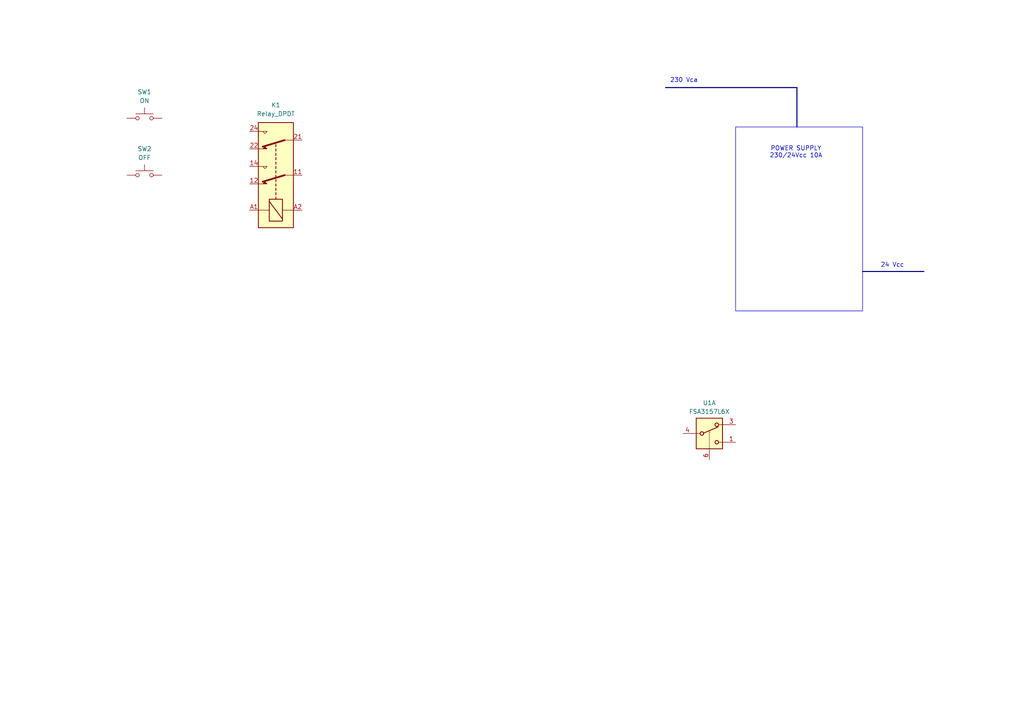
<source format=kicad_sch>
(kicad_sch (version 20240812) (generator "eeschema") (generator_version "8.99")
  (paper "A4")
  (title_block (title "POWER SUPPLY"))
  (lib_symbols
    (symbol "Analog_Switch:FSA3157L6X" (pin_names (offset 0.127))
      (property "Reference" "U" (at -3.175 7.493 0))
      (property "Value" "FSA3157L6X" (at -3.175 5.715 0))
      (symbol "FSA3157L6X_1_1"
        (polyline (pts (xy -5.08 0) (xy -2.794 0)))
        (rectangle (start -3.81 4.445) (end 3.81 -4.445) (stroke (width 0.254)) (fill (type background)))
        (circle (center -2.159 0) (radius 0.508) (stroke (width 0.254)))
        (polyline (pts (xy -1.651 0.127) (xy 2.54 1.905)) (stroke (width 0.254)))
        (polyline (pts (xy 0 0.254) (xy 0 0.508)))
        (polyline (pts (xy 0 0.254) (xy 0 0.508)))
        (polyline (pts (xy 0 -0.254) (xy 0 0)))
        (polyline (pts (xy 0 -0.762) (xy 0 -0.508)))
        (polyline (pts (xy 0 -1.27) (xy 0 -1.016)))
        (polyline (pts (xy 0 -1.778) (xy 0 -1.524)))
        (polyline (pts (xy 0 -2.286) (xy 0 -2.032)))
        (polyline (pts (xy 0 -2.794) (xy 0 -2.54)))
        (polyline (pts (xy 0 -3.302) (xy 0 -3.048)))
        (polyline (pts (xy 0 -3.81) (xy 0 -3.556)))
        (polyline (pts (xy 0 -4.318) (xy 0 -4.064)))
        (polyline (pts (xy 0 -5.08) (xy 0 -4.572)))
        (circle (center 2.159 2.54) (radius 0.508) (stroke (width 0.254)))
        (circle (center 2.159 -2.54) (radius 0.508) (stroke (width 0.254)))
        (polyline (pts (xy 5.08 2.54) (xy 2.794 2.54)))
        (polyline (pts (xy 5.08 -2.54) (xy 2.794 -2.54)))
        (pin passive line (at -7.62 0 0) (length 2.54) (name "~") (number "4"))
        (pin input line (at 0 -7.62 90) (length 2.54) (name "~") (number "6"))
        (pin passive line (at 7.62 2.54 180) (length 2.54) (name "~") (number "3"))
        (pin passive line (at 7.62 -2.54 180) (length 2.54) (name "~") (number "1"))
      )
      (symbol "FSA3157L6X_2_0"
        (pin power_in line (at 0 12.7 270) (length 2.54) (name "V+") (number "5"))
        (pin power_in line (at 0 -12.7 90) (length 2.54) (name "GND") (number "2"))
      )
      (symbol "FSA3157L6X_2_1"
        (rectangle (start -3.81 10.16) (end 3.81 -10.16) (stroke (width 0.254)) (fill (type background)))
      )
    )
    (symbol "Relay:Relay_DPDT"
      (property "Reference" "K" (at 16.51 3.81 0))
      (property "Value" "Relay_DPDT" (at 16.51 1.27 0))
      (symbol "Relay_DPDT_0_1"
        (rectangle (start -15.24 5.08) (end 15.24 -5.08) (stroke (width 0.254)) (fill (type background)))
        (rectangle (start -13.335 1.905) (end -6.985 -1.905) (stroke (width 0.254)))
        (polyline (pts (xy -12.7 -1.905) (xy -7.62 1.905)) (stroke (width 0.254)))
        (polyline (pts (xy -10.16 5.08) (xy -10.16 1.905)))
        (polyline (pts (xy -10.16 -5.08) (xy -10.16 -1.905)))
        (polyline (pts (xy -6.985 0) (xy -6.35 0)) (stroke (width 0.254)))
        (polyline (pts (xy -5.715 0) (xy -5.08 0)) (stroke (width 0.254)))
        (polyline (pts (xy -4.445 0) (xy -3.81 0)) (stroke (width 0.254)))
        (polyline (pts (xy -3.175 0) (xy -2.54 0)) (stroke (width 0.254)))
        (polyline (pts (xy -2.54 5.08) (xy -2.54 2.54) (xy -1.905 3.175) (xy -2.54 3.81)) (fill (type outline)))
        (polyline (pts (xy -1.905 0) (xy -1.27 0)) (stroke (width 0.254)))
        (polyline (pts (xy -0.635 0) (xy 0 0)) (stroke (width 0.254)))
        (polyline (pts (xy 0 -2.54) (xy -1.905 3.81)) (stroke (width 0.508)))
        (polyline (pts (xy 0 -2.54) (xy 0 -5.08)))
        (polyline (pts (xy 0.635 0) (xy 1.27 0)) (stroke (width 0.254)))
        (polyline (pts (xy 1.905 0) (xy 2.54 0)) (stroke (width 0.254)))
        (polyline (pts (xy 2.54 5.08) (xy 2.54 2.54) (xy 1.905 3.175) (xy 2.54 3.81)))
        (polyline (pts (xy 3.175 0) (xy 3.81 0)) (stroke (width 0.254)))
        (polyline (pts (xy 4.445 0) (xy 5.08 0)) (stroke (width 0.254)))
        (polyline (pts (xy 5.715 0) (xy 6.35 0)) (stroke (width 0.254)))
        (polyline (pts (xy 6.985 0) (xy 7.62 0)) (stroke (width 0.254)))
        (polyline (pts (xy 7.62 5.08) (xy 7.62 2.54) (xy 8.255 3.175) (xy 7.62 3.81)) (fill (type outline)))
        (polyline (pts (xy 8.255 0) (xy 8.89 0)) (stroke (width 0.254)))
        (polyline (pts (xy 10.16 -2.54) (xy 8.255 3.81)) (stroke (width 0.508)))
        (polyline (pts (xy 10.16 -2.54) (xy 10.16 -5.08)))
        (polyline (pts (xy 12.7 5.08) (xy 12.7 2.54) (xy 12.065 3.175) (xy 12.7 3.81)))
      )
      (symbol "Relay_DPDT_1_1"
        (pin passive line (at -10.16 7.62 270) (length 2.54) (name "~") (number "A1"))
        (pin passive line (at -10.16 -7.62 90) (length 2.54) (name "~") (number "A2"))
        (pin passive line (at -2.54 7.62 270) (length 2.54) (name "~") (number "12"))
        (pin passive line (at 0 -7.62 90) (length 2.54) (name "~") (number "11"))
        (pin passive line (at 2.54 7.62 270) (length 2.54) (name "~") (number "14"))
        (pin passive line (at 7.62 7.62 270) (length 2.54) (name "~") (number "22"))
        (pin passive line (at 10.16 -7.62 90) (length 2.54) (name "~") (number "21"))
        (pin passive line (at 12.7 7.62 270) (length 2.54) (name "~") (number "24"))
      )
    )
    (symbol "Switch:SW_MEC_5G" (pin_numbers hide) (pin_names (offset 1.016) hide)
      (property "Reference" "SW" (at 1.27 2.54 0))
      (property "Value" "SW_MEC_5G" (at 0 -1.524 0))
      (symbol "SW_MEC_5G_0_1"
        (circle (center -2.032 0) (radius 0.508))
        (polyline (pts (xy 0 1.27) (xy 0 3.048)))
        (circle (center 2.032 0) (radius 0.508))
        (polyline (pts (xy 2.54 1.27) (xy -2.54 1.27)))
        (pin passive line (at -5.08 0 0) (length 2.54) (name "A") (number "1"))
        (pin passive line (at 5.08 0 180) (length 2.54) (name "B") (number "3"))
      )
      (symbol "SW_MEC_5G_1_1"
        (pin passive line (at -5.08 0 0) (length 2.54) hide (name "A") (number "2"))
        (pin passive line (at 5.08 0 180) (length 2.54) hide (name "B") (number "4"))
      )
    )
  )
  (rectangle (start 213.36 36.83) (end 250.19 90.17))
  (text "24 Vcc" (at 258.826 76.962 0) (effects (font (size 1.27 1.27))))
  (text "230 Vca" (at 198.374 23.368 0) (effects (font (size 1.27 1.27))))
  (text " POWER SUPPLY \n230/24Vcc 10A" (at 230.886 44.196 0) (effects (font (size 1.27 1.27))))
  (bus (pts (xy 231.14 36.83) (xy 231.14 25.4)))
  (bus (pts (xy 231.14 25.4) (xy 193.04 25.4)))
  (bus (pts (xy 250.19 78.74) (xy 267.97 78.74)))
  (symbol (lib_id "Relay:Relay_DPDT") (at 80.01 50.8 90) (unit 1)
    (property "Reference" "K1" (at 80.01 30.48 90))
    (property "Value" "Relay_DPDT" (at 80.01 33.02 90))
    (property "Description" "Relay DPDT, monostable, EN50005" (effects (hide yes)))
  )
  (symbol (lib_id "Switch:SW_MEC_5G") (at 41.91 50.8 0) (unit 1)
    (property "Reference" "SW2" (at 41.91 43.18 0))
    (property "Value" "OFF" (at 41.91 45.72 0))
    (property "Datasheet" "http://www.apem.com/int/index.php?controller=attachment&id_attachment=488" (effects (hide yes)))
    (property "Description" "MEC 5G single pole normally-open tactile switch" (effects (hide yes)))
  )
  (symbol (lib_id "Switch:SW_MEC_5G") (at 41.91 34.29 0) (unit 1)
    (property "Reference" "SW1" (at 41.91 26.67 0))
    (property "Value" "ON" (at 41.91 29.21 0))
    (property "Datasheet" "http://www.apem.com/int/index.php?controller=attachment&id_attachment=488" (effects (hide yes)))
    (property "Description" "MEC 5G single pole normally-open tactile switch" (effects (hide yes)))
  )
  (symbol (lib_id "Analog_Switch:FSA3157L6X") (at 205.74 125.73 0) (unit 1)
    (property "Reference" "U1" (at 205.74 116.84 0))
    (property "Value" "FSA3157L6X" (at 205.74 119.38 0))
    (property "Footprint" "Package_SON:Fairchild_MicroPak-6_1.0x1.45mm_P0.5mm" (effects (hide yes)))
    (property "Datasheet" "https://www.onsemi.com/pub/Collateral/NC7SB3157-D.PDF" (effects (hide yes)))
    (property "Description" "Single SPDT Low-Voltage Analog Switch or 2:1 Multiplexer/De-Multiplexer Bus Switch, 10Ohm Ron, MicroPak-6" (effects (hide yes)))
  )
)
</source>
